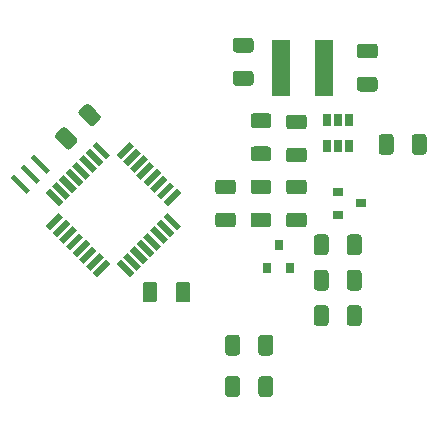
<source format=gbr>
%TF.GenerationSoftware,KiCad,Pcbnew,5.1.6*%
%TF.CreationDate,2020-09-21T03:48:32+02:00*%
%TF.ProjectId,Arduino_CPU_Board,41726475-696e-46f5-9f43-50555f426f61,rev?*%
%TF.SameCoordinates,Original*%
%TF.FileFunction,Paste,Top*%
%TF.FilePolarity,Positive*%
%FSLAX46Y46*%
G04 Gerber Fmt 4.6, Leading zero omitted, Abs format (unit mm)*
G04 Created by KiCad (PCBNEW 5.1.6) date 2020-09-21 03:48:32*
%MOMM*%
%LPD*%
G01*
G04 APERTURE LIST*
%ADD10C,0.100000*%
%ADD11R,0.650000X1.060000*%
%ADD12R,0.900000X0.800000*%
%ADD13R,0.800000X0.900000*%
%ADD14R,1.500000X4.700000*%
G04 APERTURE END LIST*
D10*
%TO.C,Y1*%
G36*
X111878858Y-93464645D02*
G01*
X110535355Y-92121142D01*
X110818198Y-91838299D01*
X112161701Y-93181802D01*
X111878858Y-93464645D01*
G37*
G36*
X111030330Y-94313173D02*
G01*
X109686827Y-92969670D01*
X109969670Y-92686827D01*
X111313173Y-94030330D01*
X111030330Y-94313173D01*
G37*
G36*
X110181802Y-95161701D02*
G01*
X108838299Y-93818198D01*
X109121142Y-93535355D01*
X110464645Y-94878858D01*
X110181802Y-95161701D01*
G37*
%TD*%
D11*
%TO.C,U2*%
X136500000Y-88900000D03*
X135550000Y-88900000D03*
X137450000Y-88900000D03*
X137450000Y-91100000D03*
X136500000Y-91100000D03*
X135550000Y-91100000D03*
%TD*%
D10*
%TO.C,U1*%
G36*
X118154074Y-92275037D02*
G01*
X117765165Y-91886128D01*
X118896536Y-90754757D01*
X119285445Y-91143666D01*
X118154074Y-92275037D01*
G37*
G36*
X118719759Y-92840723D02*
G01*
X118330850Y-92451814D01*
X119462221Y-91320443D01*
X119851130Y-91709352D01*
X118719759Y-92840723D01*
G37*
G36*
X119285445Y-93406408D02*
G01*
X118896536Y-93017499D01*
X120027907Y-91886128D01*
X120416816Y-92275037D01*
X119285445Y-93406408D01*
G37*
G36*
X119851130Y-93972093D02*
G01*
X119462221Y-93583184D01*
X120593592Y-92451813D01*
X120982501Y-92840722D01*
X119851130Y-93972093D01*
G37*
G36*
X120416816Y-94537779D02*
G01*
X120027907Y-94148870D01*
X121159278Y-93017499D01*
X121548187Y-93406408D01*
X120416816Y-94537779D01*
G37*
G36*
X120982501Y-95103464D02*
G01*
X120593592Y-94714555D01*
X121724963Y-93583184D01*
X122113872Y-93972093D01*
X120982501Y-95103464D01*
G37*
G36*
X121548186Y-95669150D02*
G01*
X121159277Y-95280241D01*
X122290648Y-94148870D01*
X122679557Y-94537779D01*
X121548186Y-95669150D01*
G37*
G36*
X122113872Y-96234835D02*
G01*
X121724963Y-95845926D01*
X122856334Y-94714555D01*
X123245243Y-95103464D01*
X122113872Y-96234835D01*
G37*
G36*
X121724963Y-97154074D02*
G01*
X122113872Y-96765165D01*
X123245243Y-97896536D01*
X122856334Y-98285445D01*
X121724963Y-97154074D01*
G37*
G36*
X121159277Y-97719759D02*
G01*
X121548186Y-97330850D01*
X122679557Y-98462221D01*
X122290648Y-98851130D01*
X121159277Y-97719759D01*
G37*
G36*
X120593592Y-98285445D02*
G01*
X120982501Y-97896536D01*
X122113872Y-99027907D01*
X121724963Y-99416816D01*
X120593592Y-98285445D01*
G37*
G36*
X120027907Y-98851130D02*
G01*
X120416816Y-98462221D01*
X121548187Y-99593592D01*
X121159278Y-99982501D01*
X120027907Y-98851130D01*
G37*
G36*
X119462221Y-99416816D02*
G01*
X119851130Y-99027907D01*
X120982501Y-100159278D01*
X120593592Y-100548187D01*
X119462221Y-99416816D01*
G37*
G36*
X118896536Y-99982501D02*
G01*
X119285445Y-99593592D01*
X120416816Y-100724963D01*
X120027907Y-101113872D01*
X118896536Y-99982501D01*
G37*
G36*
X118330850Y-100548186D02*
G01*
X118719759Y-100159277D01*
X119851130Y-101290648D01*
X119462221Y-101679557D01*
X118330850Y-100548186D01*
G37*
G36*
X117765165Y-101113872D02*
G01*
X118154074Y-100724963D01*
X119285445Y-101856334D01*
X118896536Y-102245243D01*
X117765165Y-101113872D01*
G37*
G36*
X116103464Y-102245243D02*
G01*
X115714555Y-101856334D01*
X116845926Y-100724963D01*
X117234835Y-101113872D01*
X116103464Y-102245243D01*
G37*
G36*
X115537779Y-101679557D02*
G01*
X115148870Y-101290648D01*
X116280241Y-100159277D01*
X116669150Y-100548186D01*
X115537779Y-101679557D01*
G37*
G36*
X114972093Y-101113872D02*
G01*
X114583184Y-100724963D01*
X115714555Y-99593592D01*
X116103464Y-99982501D01*
X114972093Y-101113872D01*
G37*
G36*
X114406408Y-100548187D02*
G01*
X114017499Y-100159278D01*
X115148870Y-99027907D01*
X115537779Y-99416816D01*
X114406408Y-100548187D01*
G37*
G36*
X113840722Y-99982501D02*
G01*
X113451813Y-99593592D01*
X114583184Y-98462221D01*
X114972093Y-98851130D01*
X113840722Y-99982501D01*
G37*
G36*
X113275037Y-99416816D02*
G01*
X112886128Y-99027907D01*
X114017499Y-97896536D01*
X114406408Y-98285445D01*
X113275037Y-99416816D01*
G37*
G36*
X112709352Y-98851130D02*
G01*
X112320443Y-98462221D01*
X113451814Y-97330850D01*
X113840723Y-97719759D01*
X112709352Y-98851130D01*
G37*
G36*
X112143666Y-98285445D02*
G01*
X111754757Y-97896536D01*
X112886128Y-96765165D01*
X113275037Y-97154074D01*
X112143666Y-98285445D01*
G37*
G36*
X111754757Y-95103464D02*
G01*
X112143666Y-94714555D01*
X113275037Y-95845926D01*
X112886128Y-96234835D01*
X111754757Y-95103464D01*
G37*
G36*
X112320443Y-94537779D02*
G01*
X112709352Y-94148870D01*
X113840723Y-95280241D01*
X113451814Y-95669150D01*
X112320443Y-94537779D01*
G37*
G36*
X112886128Y-93972093D02*
G01*
X113275037Y-93583184D01*
X114406408Y-94714555D01*
X114017499Y-95103464D01*
X112886128Y-93972093D01*
G37*
G36*
X113451813Y-93406408D02*
G01*
X113840722Y-93017499D01*
X114972093Y-94148870D01*
X114583184Y-94537779D01*
X113451813Y-93406408D01*
G37*
G36*
X114017499Y-92840722D02*
G01*
X114406408Y-92451813D01*
X115537779Y-93583184D01*
X115148870Y-93972093D01*
X114017499Y-92840722D01*
G37*
G36*
X114583184Y-92275037D02*
G01*
X114972093Y-91886128D01*
X116103464Y-93017499D01*
X115714555Y-93406408D01*
X114583184Y-92275037D01*
G37*
G36*
X115148870Y-91709352D02*
G01*
X115537779Y-91320443D01*
X116669150Y-92451814D01*
X116280241Y-92840723D01*
X115148870Y-91709352D01*
G37*
G36*
X115714555Y-91143666D02*
G01*
X116103464Y-90754757D01*
X117234835Y-91886128D01*
X116845926Y-92275037D01*
X115714555Y-91143666D01*
G37*
%TD*%
%TO.C,R9*%
G36*
G01*
X137275000Y-106125000D02*
X137275000Y-104875000D01*
G75*
G02*
X137525000Y-104625000I250000J0D01*
G01*
X138275000Y-104625000D01*
G75*
G02*
X138525000Y-104875000I0J-250000D01*
G01*
X138525000Y-106125000D01*
G75*
G02*
X138275000Y-106375000I-250000J0D01*
G01*
X137525000Y-106375000D01*
G75*
G02*
X137275000Y-106125000I0J250000D01*
G01*
G37*
G36*
G01*
X134475000Y-106125000D02*
X134475000Y-104875000D01*
G75*
G02*
X134725000Y-104625000I250000J0D01*
G01*
X135475000Y-104625000D01*
G75*
G02*
X135725000Y-104875000I0J-250000D01*
G01*
X135725000Y-106125000D01*
G75*
G02*
X135475000Y-106375000I-250000J0D01*
G01*
X134725000Y-106375000D01*
G75*
G02*
X134475000Y-106125000I0J250000D01*
G01*
G37*
%TD*%
%TO.C,R8*%
G36*
G01*
X135725000Y-101875000D02*
X135725000Y-103125000D01*
G75*
G02*
X135475000Y-103375000I-250000J0D01*
G01*
X134725000Y-103375000D01*
G75*
G02*
X134475000Y-103125000I0J250000D01*
G01*
X134475000Y-101875000D01*
G75*
G02*
X134725000Y-101625000I250000J0D01*
G01*
X135475000Y-101625000D01*
G75*
G02*
X135725000Y-101875000I0J-250000D01*
G01*
G37*
G36*
G01*
X138525000Y-101875000D02*
X138525000Y-103125000D01*
G75*
G02*
X138275000Y-103375000I-250000J0D01*
G01*
X137525000Y-103375000D01*
G75*
G02*
X137275000Y-103125000I0J250000D01*
G01*
X137275000Y-101875000D01*
G75*
G02*
X137525000Y-101625000I250000J0D01*
G01*
X138275000Y-101625000D01*
G75*
G02*
X138525000Y-101875000I0J-250000D01*
G01*
G37*
%TD*%
%TO.C,R7*%
G36*
G01*
X128225000Y-107375000D02*
X128225000Y-108625000D01*
G75*
G02*
X127975000Y-108875000I-250000J0D01*
G01*
X127225000Y-108875000D01*
G75*
G02*
X126975000Y-108625000I0J250000D01*
G01*
X126975000Y-107375000D01*
G75*
G02*
X127225000Y-107125000I250000J0D01*
G01*
X127975000Y-107125000D01*
G75*
G02*
X128225000Y-107375000I0J-250000D01*
G01*
G37*
G36*
G01*
X131025000Y-107375000D02*
X131025000Y-108625000D01*
G75*
G02*
X130775000Y-108875000I-250000J0D01*
G01*
X130025000Y-108875000D01*
G75*
G02*
X129775000Y-108625000I0J250000D01*
G01*
X129775000Y-107375000D01*
G75*
G02*
X130025000Y-107125000I250000J0D01*
G01*
X130775000Y-107125000D01*
G75*
G02*
X131025000Y-107375000I0J-250000D01*
G01*
G37*
%TD*%
%TO.C,R6*%
G36*
G01*
X132375000Y-96775000D02*
X133625000Y-96775000D01*
G75*
G02*
X133875000Y-97025000I0J-250000D01*
G01*
X133875000Y-97775000D01*
G75*
G02*
X133625000Y-98025000I-250000J0D01*
G01*
X132375000Y-98025000D01*
G75*
G02*
X132125000Y-97775000I0J250000D01*
G01*
X132125000Y-97025000D01*
G75*
G02*
X132375000Y-96775000I250000J0D01*
G01*
G37*
G36*
G01*
X132375000Y-93975000D02*
X133625000Y-93975000D01*
G75*
G02*
X133875000Y-94225000I0J-250000D01*
G01*
X133875000Y-94975000D01*
G75*
G02*
X133625000Y-95225000I-250000J0D01*
G01*
X132375000Y-95225000D01*
G75*
G02*
X132125000Y-94975000I0J250000D01*
G01*
X132125000Y-94225000D01*
G75*
G02*
X132375000Y-93975000I250000J0D01*
G01*
G37*
%TD*%
%TO.C,R5*%
G36*
G01*
X129375000Y-91175000D02*
X130625000Y-91175000D01*
G75*
G02*
X130875000Y-91425000I0J-250000D01*
G01*
X130875000Y-92175000D01*
G75*
G02*
X130625000Y-92425000I-250000J0D01*
G01*
X129375000Y-92425000D01*
G75*
G02*
X129125000Y-92175000I0J250000D01*
G01*
X129125000Y-91425000D01*
G75*
G02*
X129375000Y-91175000I250000J0D01*
G01*
G37*
G36*
G01*
X129375000Y-88375000D02*
X130625000Y-88375000D01*
G75*
G02*
X130875000Y-88625000I0J-250000D01*
G01*
X130875000Y-89375000D01*
G75*
G02*
X130625000Y-89625000I-250000J0D01*
G01*
X129375000Y-89625000D01*
G75*
G02*
X129125000Y-89375000I0J250000D01*
G01*
X129125000Y-88625000D01*
G75*
G02*
X129375000Y-88375000I250000J0D01*
G01*
G37*
%TD*%
%TO.C,R4*%
G36*
G01*
X142775000Y-91625000D02*
X142775000Y-90375000D01*
G75*
G02*
X143025000Y-90125000I250000J0D01*
G01*
X143775000Y-90125000D01*
G75*
G02*
X144025000Y-90375000I0J-250000D01*
G01*
X144025000Y-91625000D01*
G75*
G02*
X143775000Y-91875000I-250000J0D01*
G01*
X143025000Y-91875000D01*
G75*
G02*
X142775000Y-91625000I0J250000D01*
G01*
G37*
G36*
G01*
X139975000Y-91625000D02*
X139975000Y-90375000D01*
G75*
G02*
X140225000Y-90125000I250000J0D01*
G01*
X140975000Y-90125000D01*
G75*
G02*
X141225000Y-90375000I0J-250000D01*
G01*
X141225000Y-91625000D01*
G75*
G02*
X140975000Y-91875000I-250000J0D01*
G01*
X140225000Y-91875000D01*
G75*
G02*
X139975000Y-91625000I0J250000D01*
G01*
G37*
%TD*%
%TO.C,R3*%
G36*
G01*
X129375000Y-96775000D02*
X130625000Y-96775000D01*
G75*
G02*
X130875000Y-97025000I0J-250000D01*
G01*
X130875000Y-97775000D01*
G75*
G02*
X130625000Y-98025000I-250000J0D01*
G01*
X129375000Y-98025000D01*
G75*
G02*
X129125000Y-97775000I0J250000D01*
G01*
X129125000Y-97025000D01*
G75*
G02*
X129375000Y-96775000I250000J0D01*
G01*
G37*
G36*
G01*
X129375000Y-93975000D02*
X130625000Y-93975000D01*
G75*
G02*
X130875000Y-94225000I0J-250000D01*
G01*
X130875000Y-94975000D01*
G75*
G02*
X130625000Y-95225000I-250000J0D01*
G01*
X129375000Y-95225000D01*
G75*
G02*
X129125000Y-94975000I0J250000D01*
G01*
X129125000Y-94225000D01*
G75*
G02*
X129375000Y-93975000I250000J0D01*
G01*
G37*
%TD*%
%TO.C,R2*%
G36*
G01*
X135725000Y-98875000D02*
X135725000Y-100125000D01*
G75*
G02*
X135475000Y-100375000I-250000J0D01*
G01*
X134725000Y-100375000D01*
G75*
G02*
X134475000Y-100125000I0J250000D01*
G01*
X134475000Y-98875000D01*
G75*
G02*
X134725000Y-98625000I250000J0D01*
G01*
X135475000Y-98625000D01*
G75*
G02*
X135725000Y-98875000I0J-250000D01*
G01*
G37*
G36*
G01*
X138525000Y-98875000D02*
X138525000Y-100125000D01*
G75*
G02*
X138275000Y-100375000I-250000J0D01*
G01*
X137525000Y-100375000D01*
G75*
G02*
X137275000Y-100125000I0J250000D01*
G01*
X137275000Y-98875000D01*
G75*
G02*
X137525000Y-98625000I250000J0D01*
G01*
X138275000Y-98625000D01*
G75*
G02*
X138525000Y-98875000I0J-250000D01*
G01*
G37*
%TD*%
%TO.C,R1*%
G36*
G01*
X126375000Y-96775000D02*
X127625000Y-96775000D01*
G75*
G02*
X127875000Y-97025000I0J-250000D01*
G01*
X127875000Y-97775000D01*
G75*
G02*
X127625000Y-98025000I-250000J0D01*
G01*
X126375000Y-98025000D01*
G75*
G02*
X126125000Y-97775000I0J250000D01*
G01*
X126125000Y-97025000D01*
G75*
G02*
X126375000Y-96775000I250000J0D01*
G01*
G37*
G36*
G01*
X126375000Y-93975000D02*
X127625000Y-93975000D01*
G75*
G02*
X127875000Y-94225000I0J-250000D01*
G01*
X127875000Y-94975000D01*
G75*
G02*
X127625000Y-95225000I-250000J0D01*
G01*
X126375000Y-95225000D01*
G75*
G02*
X126125000Y-94975000I0J250000D01*
G01*
X126125000Y-94225000D01*
G75*
G02*
X126375000Y-93975000I250000J0D01*
G01*
G37*
%TD*%
D12*
%TO.C,Q2*%
X138500000Y-96000000D03*
X136500000Y-96950000D03*
X136500000Y-95050000D03*
%TD*%
D13*
%TO.C,Q1*%
X131500000Y-99500000D03*
X132450000Y-101500000D03*
X130550000Y-101500000D03*
%TD*%
D14*
%TO.C,L1*%
X131675000Y-84500000D03*
X135325000Y-84500000D03*
%TD*%
%TO.C,C6*%
G36*
G01*
X127875000Y-84775000D02*
X129125000Y-84775000D01*
G75*
G02*
X129375000Y-85025000I0J-250000D01*
G01*
X129375000Y-85775000D01*
G75*
G02*
X129125000Y-86025000I-250000J0D01*
G01*
X127875000Y-86025000D01*
G75*
G02*
X127625000Y-85775000I0J250000D01*
G01*
X127625000Y-85025000D01*
G75*
G02*
X127875000Y-84775000I250000J0D01*
G01*
G37*
G36*
G01*
X127875000Y-81975000D02*
X129125000Y-81975000D01*
G75*
G02*
X129375000Y-82225000I0J-250000D01*
G01*
X129375000Y-82975000D01*
G75*
G02*
X129125000Y-83225000I-250000J0D01*
G01*
X127875000Y-83225000D01*
G75*
G02*
X127625000Y-82975000I0J250000D01*
G01*
X127625000Y-82225000D01*
G75*
G02*
X127875000Y-81975000I250000J0D01*
G01*
G37*
%TD*%
%TO.C,C5*%
G36*
G01*
X128225000Y-110875000D02*
X128225000Y-112125000D01*
G75*
G02*
X127975000Y-112375000I-250000J0D01*
G01*
X127225000Y-112375000D01*
G75*
G02*
X126975000Y-112125000I0J250000D01*
G01*
X126975000Y-110875000D01*
G75*
G02*
X127225000Y-110625000I250000J0D01*
G01*
X127975000Y-110625000D01*
G75*
G02*
X128225000Y-110875000I0J-250000D01*
G01*
G37*
G36*
G01*
X131025000Y-110875000D02*
X131025000Y-112125000D01*
G75*
G02*
X130775000Y-112375000I-250000J0D01*
G01*
X130025000Y-112375000D01*
G75*
G02*
X129775000Y-112125000I0J250000D01*
G01*
X129775000Y-110875000D01*
G75*
G02*
X130025000Y-110625000I250000J0D01*
G01*
X130775000Y-110625000D01*
G75*
G02*
X131025000Y-110875000I0J-250000D01*
G01*
G37*
%TD*%
%TO.C,C4*%
G36*
G01*
X133625000Y-89725000D02*
X132375000Y-89725000D01*
G75*
G02*
X132125000Y-89475000I0J250000D01*
G01*
X132125000Y-88725000D01*
G75*
G02*
X132375000Y-88475000I250000J0D01*
G01*
X133625000Y-88475000D01*
G75*
G02*
X133875000Y-88725000I0J-250000D01*
G01*
X133875000Y-89475000D01*
G75*
G02*
X133625000Y-89725000I-250000J0D01*
G01*
G37*
G36*
G01*
X133625000Y-92525000D02*
X132375000Y-92525000D01*
G75*
G02*
X132125000Y-92275000I0J250000D01*
G01*
X132125000Y-91525000D01*
G75*
G02*
X132375000Y-91275000I250000J0D01*
G01*
X133625000Y-91275000D01*
G75*
G02*
X133875000Y-91525000I0J-250000D01*
G01*
X133875000Y-92275000D01*
G75*
G02*
X133625000Y-92525000I-250000J0D01*
G01*
G37*
%TD*%
%TO.C,C3*%
G36*
G01*
X115489949Y-89393934D02*
X114606065Y-88510051D01*
G75*
G02*
X114606065Y-88156497I176777J176777D01*
G01*
X115136395Y-87626167D01*
G75*
G02*
X115489949Y-87626167I176777J-176777D01*
G01*
X116373833Y-88510051D01*
G75*
G02*
X116373833Y-88863605I-176777J-176777D01*
G01*
X115843503Y-89393935D01*
G75*
G02*
X115489949Y-89393935I-176777J176777D01*
G01*
G37*
G36*
G01*
X113510051Y-91373832D02*
X112626167Y-90489949D01*
G75*
G02*
X112626167Y-90136395I176777J176777D01*
G01*
X113156497Y-89606065D01*
G75*
G02*
X113510051Y-89606065I176777J-176777D01*
G01*
X114393935Y-90489949D01*
G75*
G02*
X114393935Y-90843503I-176777J-176777D01*
G01*
X113863605Y-91373833D01*
G75*
G02*
X113510051Y-91373833I-176777J176777D01*
G01*
G37*
%TD*%
%TO.C,C2*%
G36*
G01*
X122775000Y-104125000D02*
X122775000Y-102875000D01*
G75*
G02*
X123025000Y-102625000I250000J0D01*
G01*
X123775000Y-102625000D01*
G75*
G02*
X124025000Y-102875000I0J-250000D01*
G01*
X124025000Y-104125000D01*
G75*
G02*
X123775000Y-104375000I-250000J0D01*
G01*
X123025000Y-104375000D01*
G75*
G02*
X122775000Y-104125000I0J250000D01*
G01*
G37*
G36*
G01*
X119975000Y-104125000D02*
X119975000Y-102875000D01*
G75*
G02*
X120225000Y-102625000I250000J0D01*
G01*
X120975000Y-102625000D01*
G75*
G02*
X121225000Y-102875000I0J-250000D01*
G01*
X121225000Y-104125000D01*
G75*
G02*
X120975000Y-104375000I-250000J0D01*
G01*
X120225000Y-104375000D01*
G75*
G02*
X119975000Y-104125000I0J250000D01*
G01*
G37*
%TD*%
%TO.C,C1*%
G36*
G01*
X139625000Y-83725000D02*
X138375000Y-83725000D01*
G75*
G02*
X138125000Y-83475000I0J250000D01*
G01*
X138125000Y-82725000D01*
G75*
G02*
X138375000Y-82475000I250000J0D01*
G01*
X139625000Y-82475000D01*
G75*
G02*
X139875000Y-82725000I0J-250000D01*
G01*
X139875000Y-83475000D01*
G75*
G02*
X139625000Y-83725000I-250000J0D01*
G01*
G37*
G36*
G01*
X139625000Y-86525000D02*
X138375000Y-86525000D01*
G75*
G02*
X138125000Y-86275000I0J250000D01*
G01*
X138125000Y-85525000D01*
G75*
G02*
X138375000Y-85275000I250000J0D01*
G01*
X139625000Y-85275000D01*
G75*
G02*
X139875000Y-85525000I0J-250000D01*
G01*
X139875000Y-86275000D01*
G75*
G02*
X139625000Y-86525000I-250000J0D01*
G01*
G37*
%TD*%
M02*

</source>
